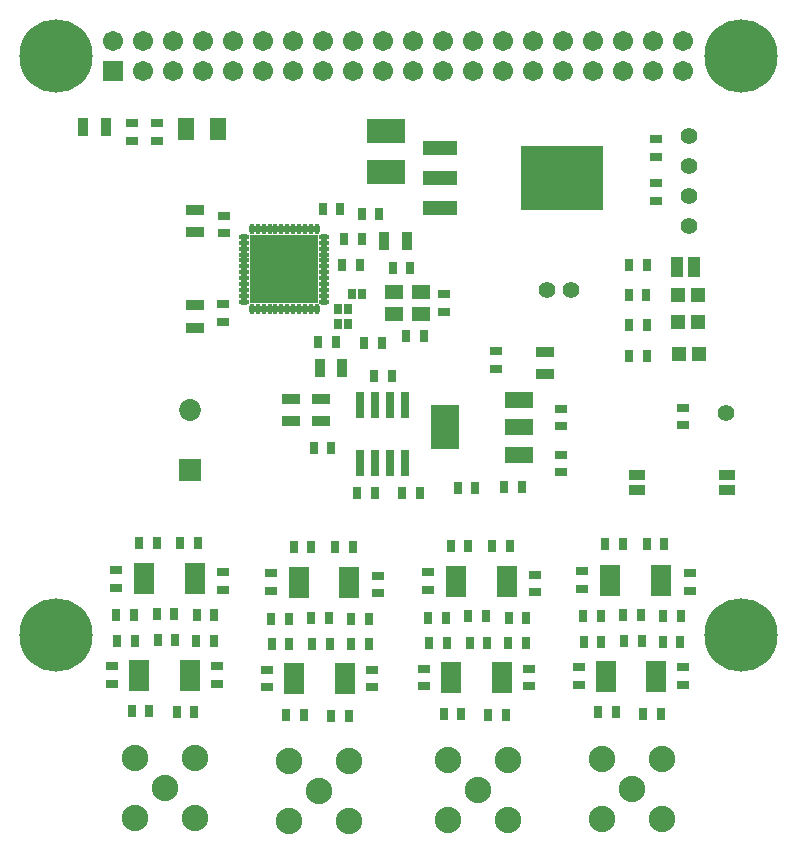
<source format=gts>
G04*
G04 #@! TF.GenerationSoftware,Altium Limited,Altium Designer,19.1.8 (144)*
G04*
G04 Layer_Color=8388736*
%FSLAX25Y25*%
%MOIN*%
G70*
G01*
G75*
%ADD40R,0.05800X0.03792*%
%ADD41R,0.03123X0.03280*%
%ADD42R,0.02769X0.04343*%
%ADD43R,0.04343X0.02769*%
%ADD44R,0.05918X0.05131*%
%ADD45R,0.05918X0.03556*%
%ADD46R,0.27729X0.21469*%
%ADD47R,0.11784X0.04934*%
%ADD48R,0.09600X0.05600*%
%ADD49R,0.09461X0.14973*%
%ADD50R,0.03556X0.05918*%
%ADD51R,0.12611X0.07887*%
%ADD52R,0.05288X0.07808*%
%ADD53R,0.03044X0.08556*%
%ADD54R,0.06587X0.02690*%
%ADD55R,0.04147X0.03359*%
%ADD56R,0.05131X0.04737*%
%ADD57O,0.01784X0.03753*%
%ADD58O,0.03753X0.01784*%
%ADD59R,0.22847X0.22847*%
%ADD60C,0.05524*%
%ADD61C,0.08800*%
%ADD62R,0.06706X0.06706*%
%ADD63C,0.06706*%
%ADD64C,0.07296*%
%ADD65R,0.07296X0.07296*%
%ADD66C,0.24422*%
%ADD67C,0.02769*%
D40*
X246850Y211299D02*
D03*
Y206299D02*
D03*
X276850Y211299D02*
D03*
Y206299D02*
D03*
D41*
X147165Y266535D02*
D03*
X150472D02*
D03*
X147165Y261417D02*
D03*
X150472D02*
D03*
X155197Y271654D02*
D03*
X151890D02*
D03*
D42*
X162008Y255118D02*
D03*
X156102D02*
D03*
X244365Y250984D02*
D03*
X250271D02*
D03*
X244365Y261221D02*
D03*
X250271D02*
D03*
X244168Y271063D02*
D03*
X250074D02*
D03*
X250271Y281299D02*
D03*
X244365D02*
D03*
X175953Y257500D02*
D03*
X170047D02*
D03*
X193110Y206850D02*
D03*
X187205D02*
D03*
X208465Y207243D02*
D03*
X202559D02*
D03*
X159252Y244052D02*
D03*
X165157D02*
D03*
X165551Y280315D02*
D03*
X171457D02*
D03*
X148622Y281102D02*
D03*
X154528D02*
D03*
X155181Y289968D02*
D03*
X149275D02*
D03*
X161086Y298236D02*
D03*
X155181D02*
D03*
X148094Y299811D02*
D03*
X142189D02*
D03*
X140748Y255512D02*
D03*
X146653D02*
D03*
X139173Y220079D02*
D03*
X145079D02*
D03*
X168701Y205160D02*
D03*
X174606D02*
D03*
X159646D02*
D03*
X153740D02*
D03*
X250214Y188022D02*
D03*
X256119D02*
D03*
X242340D02*
D03*
X236434D02*
D03*
X204544Y187628D02*
D03*
X198639D02*
D03*
X184859D02*
D03*
X190765D02*
D03*
X152182Y187234D02*
D03*
X146277D02*
D03*
X132497D02*
D03*
X138403D02*
D03*
X100607Y188415D02*
D03*
X94702D02*
D03*
X255725Y164006D02*
D03*
X261631D02*
D03*
X242340Y164400D02*
D03*
X248245D02*
D03*
X255529Y155525D02*
D03*
X261434D02*
D03*
X242717Y155701D02*
D03*
X248622D02*
D03*
X234859Y164006D02*
D03*
X228954D02*
D03*
X235039Y155525D02*
D03*
X229134D02*
D03*
X210056Y163612D02*
D03*
X204151D02*
D03*
X196670Y164006D02*
D03*
X190765D02*
D03*
X209859Y155131D02*
D03*
X203954D02*
D03*
X197047Y155307D02*
D03*
X191142D02*
D03*
X177379Y163612D02*
D03*
X183284D02*
D03*
X177559Y155131D02*
D03*
X183465D02*
D03*
X157694Y163219D02*
D03*
X151788D02*
D03*
X144308Y163612D02*
D03*
X138403D02*
D03*
X125017Y163219D02*
D03*
X130922D02*
D03*
X157497Y154737D02*
D03*
X151592D02*
D03*
X144685Y154913D02*
D03*
X138779D02*
D03*
X125197Y154737D02*
D03*
X131102D02*
D03*
X254921Y131672D02*
D03*
X249016D02*
D03*
X234055Y132066D02*
D03*
X239961D02*
D03*
X197441Y131279D02*
D03*
X203346D02*
D03*
X188386Y131672D02*
D03*
X182480D02*
D03*
X145079Y130885D02*
D03*
X150984D02*
D03*
X130118Y131279D02*
D03*
X136024D02*
D03*
X80922Y188415D02*
D03*
X86828D02*
D03*
X106119Y164400D02*
D03*
X100214D02*
D03*
X92733Y164793D02*
D03*
X86828D02*
D03*
X73442Y164400D02*
D03*
X79347D02*
D03*
X93110Y156095D02*
D03*
X87205D02*
D03*
X105922Y155918D02*
D03*
X100017D02*
D03*
X73622Y155918D02*
D03*
X79528D02*
D03*
X93504Y132066D02*
D03*
X99410D02*
D03*
X84449Y132460D02*
D03*
X78543D02*
D03*
D43*
X262205Y227756D02*
D03*
Y233661D02*
D03*
X200000Y246654D02*
D03*
Y252559D02*
D03*
X221654Y233268D02*
D03*
Y227362D02*
D03*
Y212008D02*
D03*
Y217913D02*
D03*
X182500Y265547D02*
D03*
Y271453D02*
D03*
X109315Y297646D02*
D03*
Y291740D02*
D03*
X87008Y328346D02*
D03*
Y322441D02*
D03*
X78740Y328543D02*
D03*
Y322638D02*
D03*
X253150Y302559D02*
D03*
Y308465D02*
D03*
Y317126D02*
D03*
Y323031D02*
D03*
X108921Y268118D02*
D03*
Y262213D02*
D03*
X124803Y172470D02*
D03*
Y178376D02*
D03*
X160647Y171700D02*
D03*
Y177605D02*
D03*
X177165Y172864D02*
D03*
Y178770D02*
D03*
X213009Y172094D02*
D03*
Y177999D02*
D03*
X228740Y179163D02*
D03*
Y173258D02*
D03*
X264584Y178393D02*
D03*
Y172487D02*
D03*
X262414Y141142D02*
D03*
Y147047D02*
D03*
X227538Y141142D02*
D03*
Y147047D02*
D03*
X210840Y146653D02*
D03*
Y140748D02*
D03*
X175964Y146653D02*
D03*
Y140748D02*
D03*
X158477Y146260D02*
D03*
Y140354D02*
D03*
X123601Y146260D02*
D03*
Y140354D02*
D03*
X73228Y173652D02*
D03*
Y179557D02*
D03*
X109072Y172881D02*
D03*
Y178787D02*
D03*
X72026Y147441D02*
D03*
Y141535D02*
D03*
X106903Y147441D02*
D03*
Y141535D02*
D03*
D44*
X165972Y272043D02*
D03*
X175028D02*
D03*
Y264957D02*
D03*
X165972D02*
D03*
D45*
X216142Y252165D02*
D03*
Y244685D02*
D03*
X99472Y292134D02*
D03*
Y299614D02*
D03*
Y260244D02*
D03*
Y267724D02*
D03*
X131756Y236622D02*
D03*
Y229142D02*
D03*
X141598Y236622D02*
D03*
Y229142D02*
D03*
D46*
X222028Y310236D02*
D03*
D47*
X181280Y300236D02*
D03*
Y310236D02*
D03*
Y320236D02*
D03*
D48*
X207476Y217938D02*
D03*
Y227038D02*
D03*
Y236138D02*
D03*
D49*
X183075Y227038D02*
D03*
D50*
X170141Y289181D02*
D03*
X162661D02*
D03*
X69882Y327165D02*
D03*
X62402D02*
D03*
X148622Y246850D02*
D03*
X141142D02*
D03*
D51*
X163386Y312106D02*
D03*
Y325689D02*
D03*
D52*
X96732Y326378D02*
D03*
X107205D02*
D03*
D53*
X154705Y234547D02*
D03*
X159705D02*
D03*
X164705D02*
D03*
X169705D02*
D03*
Y215059D02*
D03*
X164705D02*
D03*
X159705D02*
D03*
X154705D02*
D03*
D54*
X97929Y140547D02*
D03*
Y143106D02*
D03*
Y145665D02*
D03*
Y148224D02*
D03*
X81000D02*
D03*
Y145665D02*
D03*
Y143106D02*
D03*
Y140547D02*
D03*
X186532Y171907D02*
D03*
Y174467D02*
D03*
Y177026D02*
D03*
Y179585D02*
D03*
X203462D02*
D03*
Y177026D02*
D03*
Y174467D02*
D03*
Y171907D02*
D03*
X184937Y139760D02*
D03*
Y142319D02*
D03*
Y144878D02*
D03*
Y147437D02*
D03*
X201866D02*
D03*
Y144878D02*
D03*
Y142319D02*
D03*
Y139760D02*
D03*
X134170Y171514D02*
D03*
Y174073D02*
D03*
Y176632D02*
D03*
Y179191D02*
D03*
X151099D02*
D03*
Y176632D02*
D03*
Y174073D02*
D03*
Y171514D02*
D03*
X132575Y139366D02*
D03*
Y141925D02*
D03*
Y144484D02*
D03*
Y147043D02*
D03*
X149504D02*
D03*
Y144484D02*
D03*
Y141925D02*
D03*
Y139366D02*
D03*
X82595Y172695D02*
D03*
Y175254D02*
D03*
Y177813D02*
D03*
Y180372D02*
D03*
X99525D02*
D03*
Y177813D02*
D03*
Y175254D02*
D03*
Y172695D02*
D03*
X255036Y172301D02*
D03*
Y174860D02*
D03*
Y177419D02*
D03*
Y179978D02*
D03*
X238107D02*
D03*
Y177419D02*
D03*
Y174860D02*
D03*
Y172301D02*
D03*
X253441Y140154D02*
D03*
Y142713D02*
D03*
Y145272D02*
D03*
Y147831D02*
D03*
X236512D02*
D03*
Y145272D02*
D03*
Y142713D02*
D03*
Y140154D02*
D03*
D55*
X260236Y278937D02*
D03*
X265945D02*
D03*
X260236Y282283D02*
D03*
X265945D02*
D03*
D56*
X267200Y271063D02*
D03*
X260507D02*
D03*
X260901Y251378D02*
D03*
X267594D02*
D03*
X267200Y262008D02*
D03*
X260507D02*
D03*
D57*
X118567Y266445D02*
D03*
X120535D02*
D03*
X122504D02*
D03*
X124472D02*
D03*
X126441D02*
D03*
X128409D02*
D03*
X130378D02*
D03*
X132346D02*
D03*
X134315D02*
D03*
X136283D02*
D03*
X138252D02*
D03*
X140220D02*
D03*
Y293020D02*
D03*
X138252D02*
D03*
X136283D02*
D03*
X134315D02*
D03*
X132346D02*
D03*
X130378D02*
D03*
X128409D02*
D03*
X126441D02*
D03*
X124472D02*
D03*
X122504D02*
D03*
X120535D02*
D03*
X118567D02*
D03*
D58*
X142681Y268905D02*
D03*
Y270874D02*
D03*
Y272843D02*
D03*
Y274811D02*
D03*
Y276780D02*
D03*
Y278748D02*
D03*
Y280716D02*
D03*
Y282685D02*
D03*
Y284653D02*
D03*
Y286622D02*
D03*
Y288591D02*
D03*
Y290559D02*
D03*
X116106D02*
D03*
Y288591D02*
D03*
Y286622D02*
D03*
Y284653D02*
D03*
Y282685D02*
D03*
Y280716D02*
D03*
Y278748D02*
D03*
Y276780D02*
D03*
Y274811D02*
D03*
Y272843D02*
D03*
Y270874D02*
D03*
Y268905D02*
D03*
D59*
X129393Y279732D02*
D03*
D60*
X276772Y231890D02*
D03*
X224803Y272835D02*
D03*
X216929D02*
D03*
X264173Y294173D02*
D03*
Y304173D02*
D03*
Y324173D02*
D03*
Y314173D02*
D03*
D61*
X245276Y106486D02*
D03*
X255276Y116486D02*
D03*
Y96486D02*
D03*
X235276Y116486D02*
D03*
Y96486D02*
D03*
X194095Y106093D02*
D03*
X204095Y116093D02*
D03*
Y96092D02*
D03*
X184095Y116093D02*
D03*
Y96092D02*
D03*
X140945Y105699D02*
D03*
X150945Y115699D02*
D03*
Y95699D02*
D03*
X130945Y115699D02*
D03*
Y95699D02*
D03*
X89764Y106880D02*
D03*
X99764Y116880D02*
D03*
Y96880D02*
D03*
X79764Y116880D02*
D03*
Y96880D02*
D03*
D62*
X72331Y345709D02*
D03*
D63*
Y355709D02*
D03*
X82331Y345709D02*
D03*
Y355709D02*
D03*
X92331Y345709D02*
D03*
Y355709D02*
D03*
X102331Y345709D02*
D03*
Y355709D02*
D03*
X112331Y345709D02*
D03*
Y355709D02*
D03*
X122331Y345709D02*
D03*
Y355709D02*
D03*
X132331Y345709D02*
D03*
Y355709D02*
D03*
X142331Y345709D02*
D03*
Y355709D02*
D03*
X152331Y345709D02*
D03*
Y355709D02*
D03*
X162331Y345709D02*
D03*
Y355709D02*
D03*
X172331Y345709D02*
D03*
Y355709D02*
D03*
X182331Y345709D02*
D03*
Y355709D02*
D03*
X192331Y345709D02*
D03*
Y355709D02*
D03*
X202331Y345709D02*
D03*
Y355709D02*
D03*
X212331Y345709D02*
D03*
Y355709D02*
D03*
X222331Y345709D02*
D03*
Y355709D02*
D03*
X262331D02*
D03*
Y345709D02*
D03*
X252331Y355709D02*
D03*
Y345709D02*
D03*
X242331Y355709D02*
D03*
Y345709D02*
D03*
X232331Y355709D02*
D03*
Y345709D02*
D03*
D64*
X98032Y232992D02*
D03*
D65*
Y212992D02*
D03*
D66*
X53158Y350709D02*
D03*
Y157795D02*
D03*
X281504Y350709D02*
D03*
Y157795D02*
D03*
D67*
X120732Y271071D02*
D03*
Y275402D02*
D03*
Y279732D02*
D03*
Y284063D02*
D03*
Y288394D02*
D03*
X125063Y271071D02*
D03*
Y275402D02*
D03*
Y279732D02*
D03*
Y284063D02*
D03*
Y288394D02*
D03*
X129393Y271071D02*
D03*
Y275402D02*
D03*
Y279732D02*
D03*
Y284063D02*
D03*
Y288394D02*
D03*
X133724Y271071D02*
D03*
Y275402D02*
D03*
Y279732D02*
D03*
Y284063D02*
D03*
Y288394D02*
D03*
X138055Y271071D02*
D03*
Y275402D02*
D03*
Y279732D02*
D03*
Y284063D02*
D03*
Y288394D02*
D03*
M02*

</source>
